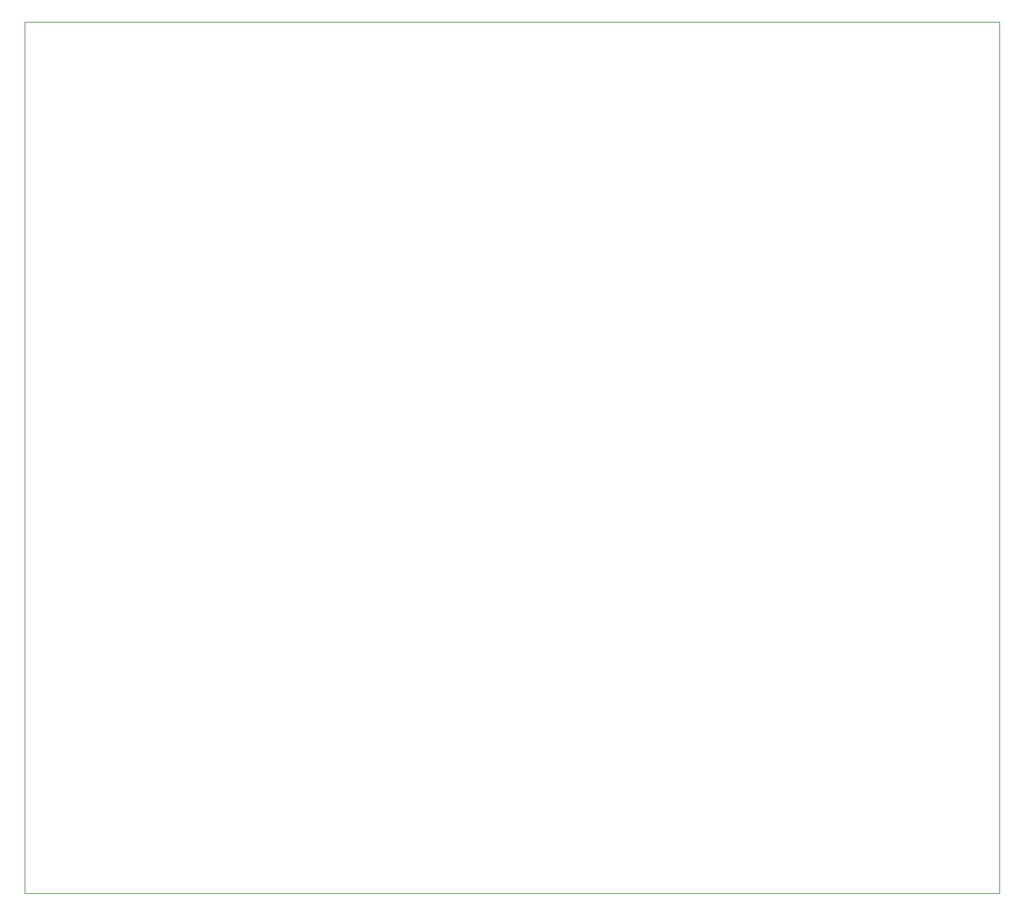
<source format=gbr>
G04 #@! TF.GenerationSoftware,KiCad,Pcbnew,8.0.5*
G04 #@! TF.CreationDate,2025-04-20T22:26:55-07:00*
G04 #@! TF.ProjectId,Tap-O-Matic,5461702d-4f2d-44d6-9174-69632e6b6963,rev?*
G04 #@! TF.SameCoordinates,Original*
G04 #@! TF.FileFunction,Profile,NP*
%FSLAX46Y46*%
G04 Gerber Fmt 4.6, Leading zero omitted, Abs format (unit mm)*
G04 Created by KiCad (PCBNEW 8.0.5) date 2025-04-20 22:26:55*
%MOMM*%
%LPD*%
G01*
G04 APERTURE LIST*
G04 #@! TA.AperFunction,Profile*
%ADD10C,0.050000*%
G04 #@! TD*
G04 APERTURE END LIST*
D10*
X120650000Y0D02*
X120650000Y107950000D01*
X0Y0D02*
X120650000Y0D01*
X0Y107950000D02*
X0Y0D01*
X120650000Y107950000D02*
X0Y107950000D01*
M02*

</source>
